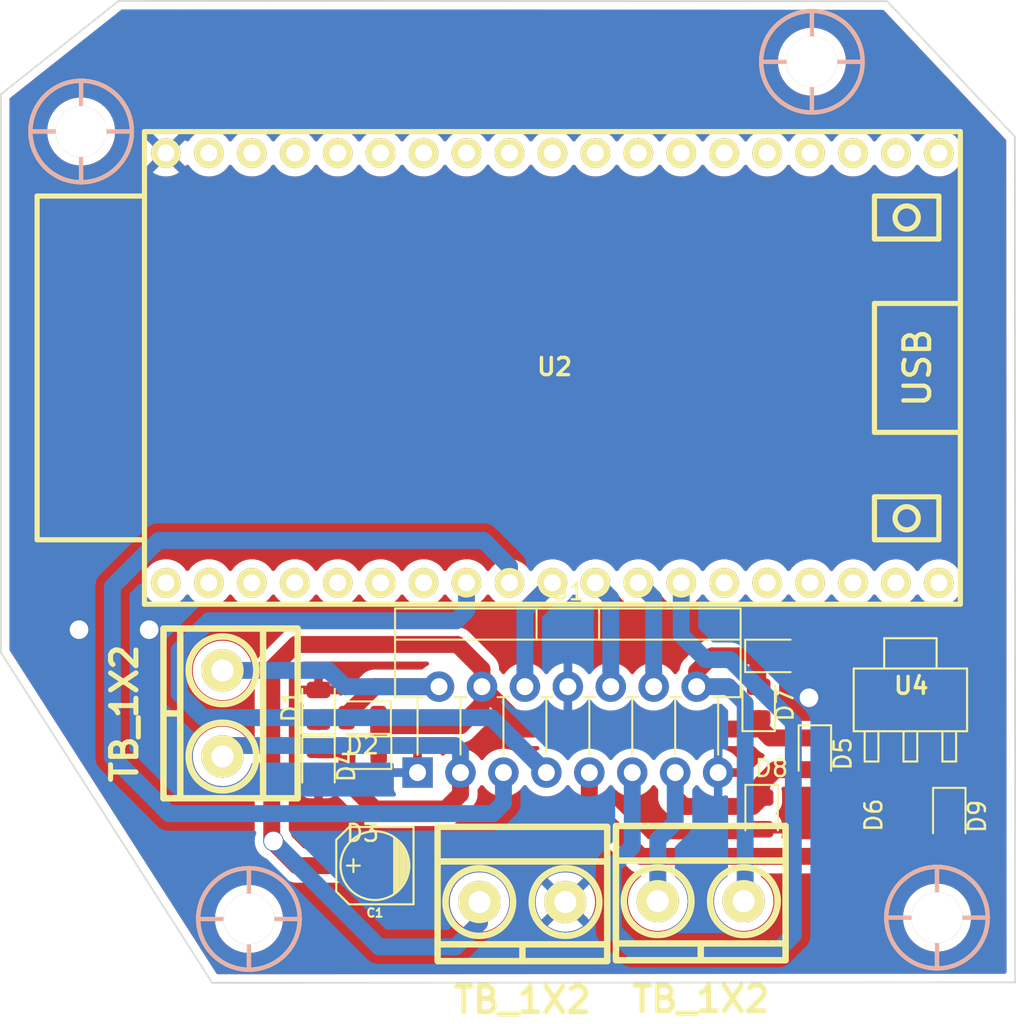
<source format=kicad_pcb>
(kicad_pcb (version 20211014) (generator pcbnew)
  (layers (0 "F.Cu" signal) (31 "B.Cu" signal) (34 "B.Paste" user) (35 "F.Paste" user) (36 "B.SilkS" user "B.Silkscreen") (37 "F.SilkS" user "F.Silkscreen") (38 "B.Mask" user) (39 "F.Mask" user) (44 "Edge.Cuts" user))
  (net 0 "")
  (net 1 "+12V")
  (net 2 "GND")
  (net 3 "/OUT1")
  (net 4 "/OUT2")
  (net 5 "/OUT3")
  (net 6 "/OUT4")
  (net 7 "Net-(U4-Pad3)")
  (net 8 "/IN1")
  (net 9 "/EnA")
  (net 10 "/IN2")
  (net 11 "+5V")
  (net 12 "/IN3")
  (net 13 "/EnB")
  (net 14 "/IN4")
  (footprint "EESTN5:BORNERA2_AZUL" (layer "F.Cu") (at 103.11125 99.1 -90)
    (fp_text reference "J1" hide)
    (fp_text value "TB_1X2" (at 0 5.8 90) (layer "F.SilkS") (effects (font (size 1.5 1.5) (thickness 0.3))))
    (fp_line (start 0 2.54) (end 0 3.4845) (layer "F.SilkS") (width 0.381))
    (fp_line (start -5 -2.4) (end 5 -2.4) (layer "F.SilkS") (width 0.381))
    (fp_line (start -4.9835 3.4925) (end 5.0165 3.4925) (layer "F.SilkS") (width 0.381))
    (fp_line (start -5 2.5) (end 5 2.5) (layer "F.SilkS") (width 0.381))
    (fp_line (start 5.0165 3.4925) (end 5.0165 -4.445) (layer "F.SilkS") (width 0.381))
    (fp_line (start 5.0165 -4.445) (end -4.9835 -4.445) (layer "F.SilkS") (width 0.381))
    (fp_line (start -5.0165 -4.445) (end -5.0165 3.4925) (layer "F.SilkS") (width 0.381))
    (fp_circle (center -2.55 0) (end -0.55 0) (layer "F.SilkS") (width 0.381) (fill none))
    (fp_circle (center 2.55 0) (end 0.55 0) (layer "F.SilkS") (width 0.381) (fill none))
    (pad "1" thru_hole circle locked (at -2.54 0 270) (size 2.5 2.5) (drill 1.3) (layers *.Cu *.Mask "F.SilkS") (net 3 "/OUT1"))
    (pad "2" thru_hole circle locked (at 2.54 0 270) (size 2.5 2.5) (drill 1.3) (layers *.Cu *.Mask "F.SilkS") (net 4 "/OUT2"))
  )
  (footprint "EESTN5:CAP_ELEC_SMD_4X5.5" (layer "F.Cu") (at 112.125 108.1 180)
    (fp_text reference "C1" (at 0 -2.794) (layer "F.SilkS") (effects (font (size 0.50038 0.50038) (thickness 0.11938))))
    (fp_text value "220uF 24V" hide)
    (fp_line (start 1.524 -2.286) (end 2.286 -1.524) (layer "F.SilkS") (width 0.127))
    (fp_line (start -2.286 -2.286) (end -2.286 2.286) (layer "F.SilkS") (width 0.127))
    (fp_line (start -1.905 -0.635) (end -1.905 0.635) (layer "F.SilkS") (width 0.127))
    (fp_line (start -1.524 -1.27) (end -1.524 1.27) (layer "F.SilkS") (width 0.127))
    (fp_line (start 1.651 0) (end 0.889 0) (layer "F.SilkS") (width 0.127))
    (fp_line (start -1.143 -1.651) (end -1.143 1.651) (layer "F.SilkS") (width 0.127))
    (fp_line (start -2.032 0.127) (end -2.032 -0.127) (layer "F.SilkS") (width 0.127))
    (fp_line (start 1.524 2.286) (end -2.286 2.286) (layer "F.SilkS") (width 0.127))
    (fp_line (start 1.27 -0.381) (end 1.27 0.381) (layer "F.SilkS") (width 0.127))
    (fp_line (start -1.651 1.143) (end -1.651 -1.143) (layer "F.SilkS") (width 0.127))
    (fp_line (start 1.524 -2.286) (end -2.286 -2.286) (layer "F.SilkS") (width 0.127))
    (fp_line (start 1.524 2.286) (end 2.286 1.524) (layer "F.SilkS") (width 0.127))
    (fp_line (start -1.778 0.889) (end -1.778 -0.889) (layer "F.SilkS") (width 0.127))
    (fp_line (start -1.397 1.397) (end -1.397 -1.397) (layer "F.SilkS") (width 0.127))
    (fp_line (start -1.27 -1.524) (end -1.27 1.524) (layer "F.SilkS") (width 0.127))
    (fp_line (start 2.286 -1.524) (end 2.286 1.524) (layer "F.SilkS") (width 0.127))
    (fp_circle (center 0 0) (end -2.032 0) (layer "F.SilkS") (width 0.127) (fill none))
    (pad "1" smd rect locked (at 2 0 180) (size 2.7 1) (layers "F.Cu" "F.Paste" "F.Mask") (net 1 "+12V"))
    (pad "2" smd rect locked (at -2 0 180) (size 2.7 1) (layers "F.Cu" "F.Paste" "F.Mask") (net 2 "GND"))
  )
  (footprint "Diode_SMD:D_0805_2012Metric" (layer "F.Cu") (at 111.3875 99.35 180)
    (fp_text reference "D2" (at 0 -1.65) (layer "F.SilkS"))
    (fp_text value "1N4007" hide)
    (fp_line (start -1.685 -0.96) (end -1.685 0.96) (layer "F.SilkS") (width 0.12))
    (fp_line (start -1.685 0.96) (end 1 0.96) (layer "F.SilkS") (width 0.12))
    (fp_line (start 1 -0.96) (end -1.685 -0.96) (layer "F.SilkS") (width 0.12))
    (pad "1" smd roundrect (at -0.9375 0 180) (size 0.975 1.4) (layers "F.Cu" "F.Paste" "F.Mask") (net 1 "+12V"))
    (pad "2" smd roundrect (at 0.9375 0 180) (size 0.975 1.4) (layers "F.Cu" "F.Paste" "F.Mask") (net 3 "/OUT1"))
  )
  (footprint "EESTN5:BORNERA2_AZUL" (layer "F.Cu") (at 131.4 110.2)
    (fp_text reference "J2" hide)
    (fp_text value "TB_1X2" (at 0 5.8) (layer "F.SilkS") (effects (font (size 1.5 1.5) (thickness 0.3))))
    (fp_line (start 5.0165 3.4925) (end 5.0165 -4.445) (layer "F.SilkS") (width 0.381))
    (fp_line (start -5 2.5) (end 5 2.5) (layer "F.SilkS") (width 0.381))
    (fp_line (start -5.0165 -4.445) (end -5.0165 3.4925) (layer "F.SilkS") (width 0.381))
    (fp_line (start -5 -2.4) (end 5 -2.4) (layer "F.SilkS") (width 0.381))
    (fp_line (start 0 2.54) (end 0 3.4845) (layer "F.SilkS") (width 0.381))
    (fp_line (start 5.0165 -4.445) (end -4.9835 -4.445) (layer "F.SilkS") (width 0.381))
    (fp_line (start -4.9835 3.4925) (end 5.0165 3.4925) (layer "F.SilkS") (width 0.381))
    (fp_circle (center -2.55 0) (end -0.55 0) (layer "F.SilkS") (width 0.381) (fill none))
    (fp_circle (center 2.55 0) (end 0.55 0) (layer "F.SilkS") (width 0.381) (fill none))
    (pad "1" thru_hole circle locked (at -2.54 0) (size 2.5 2.5) (drill 1.3) (layers *.Cu *.Mask "F.SilkS") (net 5 "/OUT3"))
    (pad "2" thru_hole circle locked (at 2.54 0) (size 2.5 2.5) (drill 1.3) (layers *.Cu *.Mask "F.SilkS") (net 6 "/OUT4"))
  )
  (footprint "Diode_SMD:D_0805_2012Metric" (layer "F.Cu") (at 138.15 101.4875 -90)
    (fp_text reference "D5" (at 0 -1.65 90) (layer "F.SilkS"))
    (fp_text value "1N4007" hide)
    (fp_line (start -1.685 0.96) (end 1 0.96) (layer "F.SilkS") (width 0.12))
    (fp_line (start 1 -0.96) (end -1.685 -0.96) (layer "F.SilkS") (width 0.12))
    (fp_line (start -1.685 -0.96) (end -1.685 0.96) (layer "F.SilkS") (width 0.12))
    (pad "1" smd roundrect (at -0.9375 0 270) (size 0.975 1.4) (layers "F.Cu" "F.Paste" "F.Mask") (net 1 "+12V"))
    (pad "2" smd roundrect (at 0.9375 0 270) (size 0.975 1.4) (layers "F.Cu" "F.Paste" "F.Mask") (net 5 "/OUT3"))
  )
  (footprint "Diode_SMD:D_0805_2012Metric" (layer "F.Cu") (at 134.825 98.4625 90)
    (fp_text reference "D7" (at -0.1375 1.55 90) (layer "F.SilkS"))
    (fp_text value "1N4007" hide)
    (fp_line (start 1 -0.96) (end -1.685 -0.96) (layer "F.SilkS") (width 0.12))
    (fp_line (start -1.685 -0.96) (end -1.685 0.96) (layer "F.SilkS") (width 0.12))
    (fp_line (start -1.685 0.96) (end 1 0.96) (layer "F.SilkS") (width 0.12))
    (pad "1" smd roundrect (at -0.9375 0 90) (size 0.975 1.4) (layers "F.Cu" "F.Paste" "F.Mask") (net 1 "+12V"))
    (pad "2" smd roundrect (at 0.9375 0 90) (size 0.975 1.4) (layers "F.Cu" "F.Paste" "F.Mask") (net 6 "/OUT4"))
  )
  (footprint "Diode_SMD:D_0805_2012Metric" (layer "F.Cu") (at 108.78875 98.65 90)
    (fp_text reference "D1" (at 0 -1.65 90) (layer "F.SilkS"))
    (fp_text value "1N4007" hide)
    (fp_line (start -1.685 -0.96) (end -1.685 0.96) (layer "F.SilkS") (width 0.12))
    (fp_line (start -1.685 0.96) (end 1 0.96) (layer "F.SilkS") (width 0.12))
    (fp_line (start 1 -0.96) (end -1.685 -0.96) (layer "F.SilkS") (width 0.12))
    (pad "1" smd roundrect (at -0.9375 0 90) (size 0.975 1.4) (layers "F.Cu" "F.Paste" "F.Mask") (net 3 "/OUT1"))
    (pad "2" smd roundrect (at 0.9375 0 90) (size 0.975 1.4) (layers "F.Cu" "F.Paste" "F.Mask") (net 2 "GND"))
  )
  (footprint "EESTN5:ESP32_DEVKITC" (layer "F.Cu") (at 122.625 78.675)
    (fp_text reference "U2" (at 0.127 -0.0635) (layer "F.SilkS") (effects (font (size 1.016 1.016) (thickness 0.2032))))
    (fp_text value "ESP32_DEVKITC" hide)
    (fp_text user "USB" (at 21.59 0 90) (layer "F.SilkS") (effects (font (size 1.524 1.524) (thickness 0.254))))
    (fp_line (start 24.13 13.97) (end -24.13 13.97) (layer "F.SilkS") (width 0.3048))
    (fp_line (start 19.05 3.81) (end 24.13 3.81) (layer "F.SilkS") (width 0.3048))
    (fp_line (start -30.48 -10.16) (end -30.48 10.16) (layer "F.SilkS") (width 0.3048))
    (fp_line (start 24.13 13.97) (end 24.13 -13.97) (layer "F.SilkS") (width 0.3048))
    (fp_line (start 19.05 7.62) (end 22.86 7.62) (layer "F.SilkS") (width 0.3048))
    (fp_line (start 22.86 -7.62) (end 22.86 -10.16) (layer "F.SilkS") (width 0.3048))
    (fp_line (start 19.05 -3.81) (end 19.05 3.81) (layer "F.SilkS") (width 0.3048))
    (fp_line (start -24.13 -13.97) (end -24.13 13.97) (layer "F.SilkS") (width 0.3048))
    (fp_line (start 22.86 7.62) (end 22.86 10.16) (layer "F.SilkS") (width 0.3048))
    (fp_line (start 24.13 -3.81) (end 19.05 -3.81) (layer "F.SilkS") (width 0.3048))
    (fp_line (start 19.05 -10.16) (end 19.05 -7.62) (layer "F.SilkS") (width 0.3048))
    (fp_line (start -30.48 10.16) (end -24.13 10.16) (layer "F.SilkS") (width 0.3048))
    (fp_line (start 22.86 10.16) (end 19.05 10.16) (layer "F.SilkS") (width 0.3048))
    (fp_line (start 19.05 10.16) (end 19.05 7.62) (layer "F.SilkS") (width 0.3048))
    (fp_line (start 19.05 -7.62) (end 22.86 -7.62) (layer "F.SilkS") (width 0.3048))
    (fp_line (start 22.86 -10.16) (end 19.05 -10.16) (layer "F.SilkS") (width 0.3048))
    (fp_line (start -30.48 -10.16) (end -24.13 -10.16) (layer "F.SilkS") (width 0.3048))
    (fp_line (start -24.13 -13.97) (end 24.13 -13.97) (layer "F.SilkS") (width 0.3048))
    (fp_circle (center 20.955 8.89) (end 21.5265 9.271) (layer "F.SilkS") (width 0.3048) (fill none))
    (fp_circle (center 20.955 -8.89) (end 21.5265 -8.509) (layer "F.SilkS") (width 0.3048) (fill none))
    (pad "1" thru_hole circle locked (at -22.86 12.7) (size 1.75 1.75) (drill 1) (layers *.Cu *.Mask "F.SilkS"))
    (pad "2" thru_hole circle locked (at -20.32 12.7) (size 1.75 1.75) (drill 1) (layers *.Cu *.Mask "F.SilkS"))
    (pad "3" thru_hole circle locked (at -17.78 12.7) (size 1.75 1.75) (drill 1) (layers *.Cu *.Mask "F.SilkS"))
    (pad "4" thru_hole circle locked (at -15.24 12.7) (size 1.75 1.75) (drill 1) (layers *.Cu *.Mask "F.SilkS"))
    (pad "5" thru_hole circle locked (at -12.7 12.7) (size 1.75 1.75) (drill 1) (layers *.Cu *.Mask "F.SilkS"))
    (pad "6" thru_hole circle locked (at -10.16 12.7) (size 1.75 1.75) (drill 1) (layers *.Cu *.Mask "F.SilkS"))
    (pad "7" thru_hole circle locked (at -7.62 12.7) (size 1.75 1.75) (drill 1) (layers *.Cu *.Mask "F.SilkS"))
    (pad "8" thru_hole circle locked (at -5.08 12.7) (size 1.75 1.75) (drill 1) (layers *.Cu *.Mask "F.SilkS") (net 10 "/IN2"))
    (pad "9" thru_hole circle locked (at -2.54 12.7) (size 1.75 1.75) (drill 1) (layers *.Cu *.Mask "F.SilkS") (net 8 "/IN1"))
    (pad "10" thru_hole circle locked (at 0 12.7) (size 1.75 1.75) (drill 1) (layers *.Cu *.Mask "F.SilkS") (net 9 "/EnA"))
    (pad "11" thru_hole circle locked (at 2.54 12.7) (size 1.75 1.75) (drill 1) (layers *.Cu *.Mask "F.SilkS") (net 12 "/IN3"))
    (pad "12" thru_hole circle locked (at 5.08 12.7) (size 1.75 1.75) (drill 1) (layers *.Cu *.Mask "F.SilkS") (net 14 "/IN4"))
    (pad "13" thru_hole circle locked (at 7.62 12.7) (size 1.75 1.75) (drill 1) (layers *.Cu *.Mask "F.SilkS") (net 13 "/EnB"))
    (pad "14" thru_hole circle locked (at 10.16 12.7) (size 1.75 1.75) (drill 1) (layers *.Cu *.Mask "F.SilkS"))
    (pad "15" thru_hole circle locked (at 12.7 12.7) (size 1.75 1.75) (drill 1) (layers *.Cu *.Mask "F.SilkS"))
    (pad "16" thru_hole circle locked (at 15.24 12.7) (size 1.75 1.75) (drill 1) (layers *.Cu *.Mask "F.SilkS"))
    (pad "17" thru_hole circle locked (at 17.78 12.7) (size 1.75 1.75) (drill 1) (layers *.Cu *.Mask "F.SilkS"))
    (pad "18" thru_hole circle locked (at 20.32 12.7) (size 1.75 1.75) (drill 1) (layers *.Cu *.Mask "F.SilkS"))
    (pad "19" thru_hole circle locked (at 22.86 12.7) (size 1.75 1.75) (drill 1) (layers *.Cu *.Mask "F.SilkS") (net 11 "+5V"))
    (pad "20" thru_hole circle locked (at 22.86 -12.7 180) (size 1.75 1.75) (drill 1) (layers *.Cu *.Mask "F.SilkS"))
    (pad "21" thru_hole circle locked (at 20.32 -12.7 180) (size 1.75 1.75) (drill 1) (layers *.Cu *.Mask "F.SilkS"))
    (pad "22" thru_hole circle locked (at 17.78 -12.7 180) (size 1.75 1.75) (drill 1) (layers *.Cu *.Mask "F.SilkS"))
    (pad "23" thru_hole circle locked (at 15.24 -12.7 180) (size 1.75 1.75) (drill 1) (layers *.Cu *.Mask "F.SilkS"))
    (pad "24" thru_hole circle locked (at 12.7 -12.7 180) (size 1.75 1.75) (drill 1) (layers *.Cu *.Mask "F.SilkS"))
    (pad "25" thru_hole circle locked (at 10.16 -12.7 180) (size 1.75 1.75) (drill 1) (layers *.Cu *.Mask "F.SilkS"))
    (pad "26" thru_hole circle locked (at 7.62 -12.7 180) (size 1.75 1.75) (drill 1) (layers *.Cu *.Mask "F.SilkS"))
    (pad "27" thru_hole circle locked (at 5.08 -12.7 180) (size 1.75 1.75) (drill 1) (layers *.Cu *.Mask "F.SilkS"))
    (pad "28" thru_hole circle locked (at 2.54 -12.7 180) (size 1.75 1.75) (drill 1) (layers *.Cu *.Mask "F.SilkS"))
    (pad "29" thru_hole circle locked (at 0 -12.7 180) (size 1.75 1.75) (drill 1) (layers *.Cu *.Mask "F.SilkS"))
    (pad "30" thru_hole circle locked (at -2.54 -12.7 180) (size 1.75 1.75) (drill 1) (layers *.Cu *.Mask "F.SilkS"))
    (pad "31" thru_hole circle locked (at -5.08 -12.7 180) (size 1.75 1.75) (drill 1) (layers *.Cu *.Mask "F.SilkS"))
    (pad "32" thru_hole circle locked (at -7.62 -12.7 180) (size 1.75 1.75) (drill 1) (layers *.Cu *.Mask "F.SilkS"))
    (pad "33" thru_hole circle locked (at -10.16 -12.7 180) (size 1.75 1.75) (drill 1) (layers *.Cu *.Mask "F.SilkS"))
    (pad "34" thru_hole circle locked (at -12.7 -12.7 180) (size 1.75 1.75) (drill 1) (layers *.Cu *.Mask "F.SilkS"))
    (pad "35" thru_hole circle locked (at -15.24 -12.7 180) (size 1.75 1.75) (drill 1) (layers *.Cu *.Mask "F.SilkS"))
    (pad "36" thru_hole circle locked (at -17.78 -12.7 180) (size 1.75 1.75) (drill 1) (layers *.Cu *.Mask "F.SilkS"))
    (pad "37" thru_hole circle locked (at -20.32 -12.7 180) (size 1.75 1.75) (drill 1) (layers *.Cu *.Mask "F.SilkS"))
    (pad "38" thru_hole circle locked (at -22.86 -12.7 180) (size 1.75 1.75) (drill 1) (layers *.Cu *.Mask "F.SilkS") (net 2 "GND"))
  )
  (footprint "EESTN5:SOT223" (layer "F.Cu") (at 143.8 98.3)
    (fp_text reference "U4" (at 0.0508 -0.8382) (layer "F.SilkS") (effects (font (size 1.00076 1.00076) (thickness 0.20066))))
    (fp_text value "LM1117-SOT" hide)
    (fp_line (start 1.5494 -3.6449) (end 1.5494 -1.8542) (layer "F.SilkS") (width 0.127))
    (fp_line (start -3.3528 -1.8542) (end 3.3528 -1.8542) (layer "F.SilkS") (width 0.127))
    (fp_line (start 0.4064 3.6449) (end 0.4064 1.8542) (layer "F.SilkS") (width 0.127))
    (fp_line (start -2.7051 3.6449) (end -1.8923 3.6449) (layer "F.SilkS") (width 0.127))
    (fp_line (start -1.5494 -3.6449) (end -1.5494 -1.8542) (layer "F.SilkS") (width 0.127))
    (fp_line (start 3.3528 -1.8542) (end 3.3528 1.8542) (layer "F.SilkS") (width 0.127))
    (fp_line (start 1.8923 3.6449) (end 2.7051 3.6449) (layer "F.SilkS") (width 0.127))
    (fp_line (start -2.7051 3.6449) (end -2.7051 1.8542) (layer "F.SilkS") (width 0.127))
    (fp_line (start -1.5494 -3.6449) (end 1.5494 -3.6449) (layer "F.SilkS") (width 0.127))
    (fp_line (start -0.4064 3.6449) (end 0.4064 3.6449) (layer "F.SilkS") (width 0.127))
    (fp_line (start -3.3528 1.8542) (end -3.3528 -1.8542) (layer "F.SilkS") (width 0.127))
    (fp_line (start 2.7051 3.6449) (end 2.7051 1.8542) (layer "F.SilkS") (width 0.127))
    (fp_line (start 1.8923 3.6449) (end 1.8923 1.8542) (layer "F.SilkS") (width 0.127))
    (fp_line (start -0.4064 3.6449) (end -0.4064 1.8542) (layer "F.SilkS") (width 0.127))
    (fp_line (start 3.3528 1.8542) (end -3.3528 1.8542) (layer "F.SilkS") (width 0.127))
    (fp_line (start -1.8923 3.6449) (end -1.8923 1.8542) (layer "F.SilkS") (width 0.127))
    (pad "1" smd rect locked (at -2.3 3.3) (size 1 2.4) (layers "F.Cu" "F.Paste" "F.Mask") (net 2 "GND"))
    (pad "2" smd rect locked (at 0 3.3) (size 1 2.4) (layers "F.Cu" "F.Paste" "F.Mask") (net 11 "+5V"))
    (pad "3" smd rect locked (at 2.3 3.3) (size 1 2.4) (layers "F.Cu" "F.Paste" "F.Mask") (net 7 "Net-(U4-Pad3)"))
    (pad "4" smd rect locked (at 0 -3.15) (size 3.8 2.4) (layers "F.Cu" "F.Paste" "F.Mask") (net 11 "+5V"))
  )
  (footprint "Diode_SMD:D_0805_2012Metric" (layer "F.Cu") (at 108.78875 102.1875 -90)
    (fp_text reference "D4" (at 0 -1.65 90) (layer "F.SilkS"))
    (fp_text value "1N4007" hide)
    (fp_line (start -1.685 -0.96) (end -1.685 0.96) (layer "F.SilkS") (width 0.12))
    (fp_line (start 1 -0.96) (end -1.685 -0.96) (layer "F.SilkS") (width 0.12))
    (fp_line (start -1.685 0.96) (end 1 0.96) (layer "F.SilkS") (width 0.12))
    (pad "1" smd roundrect (at -0.9375 0 270) (size 0.975 1.4) (layers "F.Cu" "F.Paste" "F.Mask") (net 4 "/OUT2"))
    (pad "2" smd roundrect (at 0.9375 0 270) (size 0.975 1.4) (layers "F.Cu" "F.Paste" "F.Mask") (net 2 "GND"))
  )
  (footprint "Diode_SMD:D_0805_2012Metric" (layer "F.Cu") (at 135 105.0125 -90)
    (fp_text reference "D6" (at 0.1 -6.62375 90) (layer "F.SilkS"))
    (fp_text value "1N4007" hide)
    (fp_line (start -1.685 -0.96) (end -1.685 0.96) (layer "F.SilkS") (width 0.12))
    (fp_line (start -1.685 0.96) (end 1 0.96) (layer "F.SilkS") (width 0.12))
    (fp_line (start 1 -0.96) (end -1.685 -0.96) (layer "F.SilkS") (width 0.12))
    (pad "1" smd roundrect (at -0.9375 0 270) (size 0.975 1.4) (layers "F.Cu" "F.Paste" "F.Mask") (net 5 "/OUT3"))
    (pad "2" smd roundrect (at 0.9375 0 270) (size 0.975 1.4) (layers "F.Cu" "F.Paste" "F.Mask") (net 2 "GND"))
  )
  (footprint "EESTN5:Tornillo_M3_8mm" (layer "F.Cu") (at 94.75 64.7)
    (fp_text reference "H2" hide)
    (fp_text value "Mounting_Hole" hide)
    (fp_line (start 0 -3) (end 0 3) (layer "B.SilkS") (width 0.254))
    (fp_line (start -3 0) (end 3 0) (layer "B.SilkS") (width 0.254))
    (fp_circle (center 0 0) (end 3 0) (layer "B.SilkS") (width 0.254) (fill none))
    (fp_line (start -3 0) (end 3 0) (layer "F.SilkS") (width 0.254))
    (fp_line (start 0 -3) (end 0 3) (layer "F.SilkS") (width 0.254))
    (fp_circle (center 0 0) (end 3 0) (layer "F.SilkS") (width 0.254) (fill none))
    (pad "1" thru_hole circle locked (at 0 0) (size 3 3) (drill 3) (layers *.Cu "F.SilkS"))
  )
  (footprint "Package_TO_SOT_THT:TO-220-15_P2.54x2.54mm_StaggerOdd_Lead4.58mm_Vertical" (layer "F.Cu") (at 114.648 102.598)
    (fp_text reference "U1" (at 8.89 -10.7) (layer "F.SilkS"))
    (fp_text value "L298HN")
    (fp_line (start 7.62 -4.459) (end 7.62 -1.065) (layer "F.SilkS") (width 0.12))
    (fp_line (start 17.435 -4.459) (end 19.11 -4.459) (layer "F.SilkS") (width 0.12))
    (fp_line (start 2.54 -4.459) (end 2.54 -1.065) (layer "F.SilkS") (width 0.12))
    (fp_line (start 9.815 -4.459) (end 10.506 -4.459) (layer "F.SilkS") (width 0.12))
    (fp_line (start 4.735 -4.459) (end 5.426 -4.459) (layer "F.SilkS") (width 0.12))
    (fp_line (start -1.33 -4.459) (end 0.346 -4.459) (layer "F.SilkS") (width 0.12))
    (fp_line (start -1.33 -9.7) (end -1.33 -4.459) (layer "F.SilkS") (width 0.12))
    (fp_line (start -1.33 -9.7) (end 19.11 -9.7) (layer "F.SilkS") (width 0.12))
    (fp_line (start 7.041 -9.7) (end 7.041 -7.86) (layer "F.SilkS") (width 0.12))
    (fp_line (start 0 -4.459) (end 0 -1.05) (layer "F.SilkS") (width 0.12))
    (fp_line (start 14.895 -4.459) (end 15.586 -4.459) (layer "F.SilkS") (width 0.12))
    (fp_line (start 17.78 -4.459) (end 17.78 -1.065) (layer "F.SilkS") (width 0.12))
    (fp_line (start 12.355 -4.459) (end 13.046 -4.459) (layer "F.SilkS") (width 0.12))
    (fp_line (start 15.24 -4.459) (end 15.24 -1.065) (layer "F.SilkS") (width 0.12))
    (fp_line (start 19.11 -9.7) (end 19.11 -4.459) (layer "F.SilkS") (width 0.12))
    (fp_line (start 10.16 -4.459) (end 10.16 -1.065) (layer "F.SilkS") (width 0.12))
    (fp_line (start 10.74 -9.7) (end 10.74 -7.86) (layer "F.SilkS") (width 0.12))
    (fp_line (start 5.08 -4.459) (end 5.08 -1.065) (layer "F.SilkS") (width 0.12))
    (fp_line (start 12.7 -4.459) (end 12.7 -1.065) (layer "F.SilkS") (width 0.12))
    (fp_line (start 2.195 -4.459) (end 2.886 -4.459) (layer "F.SilkS") (width 0.12))
    (fp_line (start -1.33 -7.86) (end 19.11 -7.86) (layer "F.SilkS") (width 0.12))
    (fp_line (start 7.275 -4.459) (end 7.966 -4.459) (layer "F.SilkS") (width 0.12))
    (pad "1" thru_hole rect (at 0 0) (size 1.8 1.8) (drill 1) (layers *.Cu *.Mask) (net 2 "GND"))
    (pad "2" thru_hole oval (at 1.27 -5.08) (size 1.8 1.8) (drill 1) (layers *.Cu *.Mask) (net 3 "/OUT1"))
    (pad "3" thru_hole oval (at 2.54 0) (size 1.8 1.8) (drill 1) (layers *.Cu *.Mask) (net 4 "/OUT2"))
    (pad "4" thru_hole oval (at 3.81 -5.08) (size 1.8 1.8) (drill 1) (layers *.Cu *.Mask) (net 1 "+12V"))
    (pad "5" thru_hole oval (at 5.08 0) (size 1.8 1.8) (drill 1) (layers *.Cu *.Mask) (net 8 "/IN1"))
    (pad "6" thru_hole oval (at 6.35 -5.08) (size 1.8 1.8) (drill 1) (layers *.Cu *.Mask) (net 9 "/EnA"))
    (pad "7" thru_hole oval (at 7.62 0) (size 1.8 1.8) (drill 1) (layers *.Cu *.Mask) (net 10 "/IN2"))
    (pad "8" thru_hole oval (at 8.89 -5.08) (size 1.8 1.8) (drill 1) (layers *.Cu *.Mask) (net 2 "GND"))
    (pad "9" thru_hole oval (at 10.16 0) (size 1.8 1.8) (drill 1) (layers *.Cu *.Mask) (net 11 "+5V"))
    (pad "10" thru_hole oval (at 11.43 -5.08) (size 1.8 1.8) (drill 1) (layers *.Cu *.Mask) (net 12 "/IN3"))
    (pad "11" thru_hole oval (at 12.7 0) (size 1.8 1.8) (drill 1) (layers *.Cu *.Mask) (net 13 "/EnB"))
    (pad "12" thru_hole oval (at 13.97 -5.08) (size 1.8 1.8) (drill 1) (layers *.Cu *.Mask) (net 14 "/IN4"))
    (pad "13" thru_hole oval (at 15.24 0) (size 1.8 1.8) (drill 1) (layers *.Cu *.Mask) (net 5 "/OUT3"))
    (pad "14" thru_hole oval (at 16.51 -5.08) (size 1.8 1.8) (drill 1) (layers *.Cu *.Mask) (net 6 "/OUT4"))
    (pad "15" thru_hole oval (at 17.78 0) (size 1.8 1.8) (drill 1) (layers *.Cu *.Mask) (net 2 "GND"))
  )
  (footprint "Diode_SMD:D_0805_2012Metric" (layer "F.Cu") (at 146.1 105.1875 -90)
    (fp_text reference "D9" (at 0 -1.65 90) (layer "F.SilkS"))
    (fp_text value "1N4007")
    (fp_line (start -1.685 -0.96) (end -1.685 0.96) (layer "F.SilkS") (width 0.12))
    (fp_line (start 1 -0.96) (end -1.685 -0.96) (layer "F.SilkS") (width 0.12))
    (fp_line (start -1.685 0.96) (end 1 0.96) (layer "F.SilkS") (width 0.12))
    (pad "1" smd roundrect (at -0.9375 0 270) (size 0.975 1.4) (layers "F.Cu" "F.Paste" "F.Mask") (net 7 "Net-(U4-Pad3)"))
    (pad "2" smd roundrect (at 0.9375 0 270) (size 0.975 1.4) (layers "F.Cu" "F.Paste" "F.Mask") (net 1 "+12V"))
  )
  (footprint "EESTN5:Tornillo_M3_8mm" (layer "F.Cu") (at 137.975 60.575)
    (fp_text reference "H1" hide)
    (fp_text value "Mounting_Hole" hide)
    (fp_line (start 0 -3) (end 0 3) (layer "B.SilkS") (width 0.254))
    (fp_line (start -3 0) (end 3 0) (layer "B.SilkS") (width 0.254))
    (fp_circle (center 0 0) (end 3 0) (layer "B.SilkS") (width 0.254) (fill none))
    (fp_line (start 0 -3) (end 0 3) (layer "F.SilkS") (width 0.254))
    (fp_line (start -3 0) (end 3 0) (layer "F.SilkS") (width 0.254))
    (fp_circle (center 0 0) (end 3 0) (layer "F.SilkS") (width 0.254) (fill none))
    (pad "1" thru_hole circle locked (at 0 0) (size 3 3) (drill 3) (layers *.Cu "F.SilkS"))
  )
  (footprint "EESTN5:Tornillo_M3_8mm" (layer "F.Cu") (at 104.675 111.25)
    (fp_text reference "H3" hide)
    (fp_text value "Mounting_Hole" hide)
    (fp_line (start 0 -3) (end 0 3) (layer "B.SilkS") (width 0.254))
    (fp_line (start -3 0) (end 3 0) (layer "B.SilkS") (width 0.254))
    (fp_circle (center 0 0) (end 3 0) (layer "B.SilkS") (width 0.254) (fill none))
    (fp_line (start 0 -3) (end 0 3) (layer "F.SilkS") (width 0.254))
    (fp_line (start -3 0) (end 3 0) (layer "F.SilkS") (width 0.254))
    (fp_circle (center 0 0) (end 3 0) (layer "F.SilkS") (width 0.254) (fill none))
    (pad "1" thru_hole circle locked (at 0 0) (size 3 3) (drill 3) (layers *.Cu "F.SilkS"))
  )
  (footprint "EESTN5:BORNERA2_AZUL" (layer "F.Cu") (at 120.85 110.25125)
    (fp_text reference "J3" hide)
    (fp_text value "TB_1X2" (at 0 5.8) (layer "F.SilkS") (effects (font (size 1.5 1.5) (thickness 0.3))))
    (fp_line (start -5 -2.4) (end 5 -2.4) (layer "F.SilkS") (width 0.381))
    (fp_line (start 5.0165 3.4925) (end 5.0165 -4.445) (layer "F.SilkS") (width 0.381))
    (fp_line (start -5.0165 -4.445) (end -5.0165 3.4925) (layer "F.SilkS") (width 0.381))
    (fp_line (start 0 2.54) (end 0 3.4845) (layer "F.SilkS") (width 0.381))
    (fp_line (start -5 2.5) (end 5 2.5) (layer "F.SilkS") (width 0.381))
    (fp_line (start -4.9835 3.4925) (end 5.0165 3.4925) (layer "F.SilkS") (width 0.381))
    (fp_line (start 5.0165 -4.445) (end -4.9835 -4.445) (layer "F.SilkS") (width 0.381))
    (fp_circle (center 2.55 0) (end 0.55 0) (layer "F.SilkS") (width 0.381) (fill none))
    (fp_circle (center -2.55 0) (end -0.55 0) (layer "F.SilkS") (width 0.381) (fill none))
    (pad "1" thru_hole circle locked (at -2.54 0) (size 2.5 2.5) (drill 1.3) (layers *.Cu *.Mask "F.SilkS") (net 1 "+12V"))
    (pad "2" thru_hole circle locked (at 2.54 0) (size 2.5 2.5) (drill 1.3) (layers *.Cu *.Mask "F.SilkS") (net 2 "GND"))
  )
  (footprint "Diode_SMD:D_0805_2012Metric" (layer "F.Cu") (at 111.4125 101.425 180)
    (fp_text reference "D3" (at 0.0125 -4.74875) (layer "F.SilkS"))
    (fp_text value "1N4007" hide)
    (fp_line (start -1.685 0.96) (end 1 0.96) (layer "F.SilkS") (width 0.12))
    (fp_line (start -1.685 -0.96) (end -1.685 0.96) (layer "F.SilkS") (width 0.12))
    (fp_line (start 1 -0.96) (end -1.685 -0.96) (layer "F.SilkS") (width 0.12))
    (pad "1" smd roundrect (at -0.9375 0 180) (size 0.975 1.4) (layers "F.Cu" "F.Paste" "F.Mask") (net 1 "+12V"))
    (pad "2" smd roundrect (at 0.9375 0 180) (size 0.975 1.4) (layers "F.Cu" "F.Paste" "F.Mask") (net 4 "/OUT2"))
  )
  (footprint "Diode_SMD:D_0805_2012Metric" (layer "F.Cu") (at 135.7125 95.7)
    (fp_text reference "D8" (at -0.125 6.64875) (layer "F.SilkS"))
    (fp_text value "1N4007" hide)
    (fp_line (start -1.685 0.96) (end 1 0.96) (layer "F.SilkS") (width 0.12))
    (fp_line (start -1.685 -0.96) (end -1.685 0.96) (layer "F.SilkS") (width 0.12))
    (fp_line (start 1 -0.96) (end -1.685 -0.96) (layer "F.SilkS") (width 0.12))
    (pad "1" smd roundrect (at -0.9375 0) (size 0.975 1.4) (layers "F.Cu" "F.Paste" "F.Mask") (net 6 "/OUT4"))
    (pad "2" smd roundrect (at 0.9375 0) (size 0.975 1.4) (layers "F.Cu" "F.Paste" "F.Mask") (net 2 "GND"))
  )
  (footprint "EESTN5:Tornillo_M3_8mm" (layer "F.Cu") (at 145.375 111.175)
    (fp_text reference "H4" hide)
    (fp_text value "Mounting_Hole" hide)
    (fp_line (start -3 0) (end 3 0) (layer "B.SilkS") (width 0.254))
    (fp_line (start 0 -3) (end 0 3) (layer "B.SilkS") (width 0.254))
    (fp_circle (center 0 0) (end 3 0) (layer "B.SilkS") (width 0.254) (fill none))
    (fp_line (start 0 -3) (end 0 3) (layer "F.SilkS") (width 0.254))
    (fp_line (start -3 0) (end 3 0) (layer "F.SilkS") (width 0.254))
    (fp_circle (center 0 0) (end 3 0) (layer "F.SilkS") (width 0.254) (fill none))
    (pad "1" thru_hole circle locked (at 0 0) (size 3 3) (drill 3) (layers *.Cu "F.SilkS"))
  )
  (gr_line (start 150 115) (end 102.5 115.025) (layer "Edge.Cuts") (width 0.1))
  (gr_line (start 90 62.5) (end 90 95.5) (layer "Edge.Cuts") (width 0.1))
  (gr_line (start 149.975 65) (end 142.425 57) (layer "Edge.Cuts") (width 0.1))
  (gr_line (start 96.975 56.975) (end 90 62.5) (layer "Edge.Cuts") (width 0.1))
  (gr_line (start 150 115) (end 149.975 65) (layer "Edge.Cuts") (width 0.1))
  (gr_line (start 142.425 57) (end 96.975 56.975) (layer "Edge.Cuts") (width 0.1))
  (gr_line (start 90 95.5) (end 102.5 115.025) (layer "Edge.Cuts") (width 0.1))
  (segment (start 112.35 101.425) (end 112.35 99.375) (width 1) (layer "F.Cu") (net 1))
  (segment (start 141.275 106.125) (end 146.1 106.125) (width 1) (layer "F.Cu") (net 1))
  (segment (start 110.125 108.1) (end 107.5 108.1) (width 1) (layer "F.Cu") (net 1))
  (segment (start 139.975 104.825) (end 141.275 106.125) (width 1) (layer "F.Cu") (net 1))
  (segment (start 134.825 99.4) (end 134.825 99.875) (width 1) (layer "F.Cu") (net 1))
  (segment (start 117 95.025) (end 118.458 96.483) (width 1) (layer "F.Cu") (net 1))
  (segment (start 106.025 106.625) (end 106.025 96.45) (width 1) (layer "F.Cu") (net 1))
  (segment (start 118.458 96.483) (end 118.458 97.518) (width 1) (layer "F.Cu") (net 1))
  (segment (start 134.975 99.6375) (end 134.5875 100.025) (width 1) (layer "F.Cu") (net 1))
  (segment (start 112.35 99.375) (end 112.325 99.35) (width 1) (layer "F.Cu") (net 1))
  (segment (start 107.5 108.1) (end 106.025 106.625) (width 1) (layer "F.Cu") (net 1))
  (segment (start 134.825 99.875) (end 135.5 100.55) (width 1) (layer "F.Cu") (net 1))
  (segment (start 138.15 100.55) (end 139 100.55) (width 1) (layer "F.Cu") (net 1))
  (segment (start 118.458 98.567) (end 118.458 97.518) (width 1) (layer "F.Cu") (net 1))
  (segment (start 134.5875 100.025) (end 120.965 100.025) (width 1) (layer "F.Cu") (net 1))
  (segment (start 107.45 95.025) (end 117 95.025) (width 1) (layer "F.Cu") (net 1))
  (segment (start 112.8 99.825) (end 117.2 99.825) (width 1) (layer "F.Cu") (net 1))
  (segment (start 139 100.55) (end 139.975 101.525) (width 1) (layer "F.Cu") (net 1))
  (segment (start 120.965 100.025) (end 118.458 97.518) (width 1) (layer "F.Cu") (net 1))
  (segment (start 112.325 99.35) (end 112.8 99.825) (width 1) (layer "F.Cu") (net 1))
  (segment (start 106.025 96.45) (end 107.45 95.025) (width 1) (layer "F.Cu") (net 1))
  (segment (start 117.2 99.825) (end 118.458 98.567) (width 1) (layer "F.Cu") (net 1))
  (segment (start 135.5 100.55) (end 138.15 100.55) (width 1) (layer "F.Cu") (net 1))
  (segment (start 139.975 101.525) (end 139.975 104.825) (width 1) (layer "F.Cu") (net 1))
  (via (at 106.125 106.65) (size 1.2) (drill 1.1) (layers "F.Cu" "B.Cu") (net 1))
  (segment (start 116.9 112.9) (end 112.375 112.9) (width 1) (layer "B.Cu") (net 1))
  (segment (start 112.375 112.9) (end 106.125 106.65) (width 1) (layer "B.Cu") (net 1))
  (segment (start 118.31 110.25125) (end 118.31 111.49) (width 1) (layer "B.Cu") (net 1))
  (segment (start 118.31 111.49) (end 116.9 112.9) (width 1) (layer "B.Cu") (net 1))
  (segment (start 114.125 108.1) (end 113.76375 108.1) (width 1) (layer "F.Cu") (net 2))
  (via (at 94.625 94.15) (size 1.2) (drill 1.1) (layers "F.Cu" "B.Cu") (net 2))
  (via (at 98.775 94.15) (size 1.2) (drill 1.1) (layers "F.Cu" "B.Cu") (net 2))
  (via (at 137.8 98.175) (size 1.2) (drill 1.1) (layers "F.Cu" "B.Cu") (net 2))
  (segment (start 110.45 99.191015) (end 112.123015 97.518) (width 1) (layer "F.Cu") (net 3))
  (segment (start 112.123015 97.518) (end 115.918 97.518) (width 1) (layer "F.Cu") (net 3))
  (segment (start 110.45 99.35) (end 110.45 99.191015) (width 1) (layer "F.Cu") (net 3))
  (segment (start 109.02625 99.35) (end 108.78875 99.5875) (width 1) (layer "F.Cu") (net 3))
  (segment (start 110.45 99.35) (end 109.02625 99.35) (width 1) (layer "F.Cu") (net 3))
  (segment (start 115.918 97.518) (end 110.343 97.518) (width 1) (layer "B.Cu") (net 3))
  (segment (start 110.343 97.518) (end 109.385 96.56) (width 1) (layer "B.Cu") (net 3))
  (segment (start 109.385 96.56) (end 103.11125 96.56) (width 1) (layer "B.Cu") (net 3))
  (segment (start 110.475 103.1) (end 112.125 104.75) (width 1) (layer "F.Cu") (net 4))
  (segment (start 110.3 101.25) (end 110.475 101.425) (width 1) (layer "F.Cu") (net 4))
  (segment (start 112.125 104.75) (end 116.308792 104.75) (width 1) (layer "F.Cu") (net 4))
  (segment (start 108.78875 101.25) (end 110.3 101.25) (width 1) (layer "F.Cu") (net 4))
  (segment (start 110.475 101.425) (end 110.475 103.1) (width 1) (layer "F.Cu") (net 4))
  (segment (start 116.308792 104.75) (end 117.188 103.870792) (width 1) (layer "F.Cu") (net 4))
  (segment (start 117.188 103.870792) (end 117.188 102.598) (width 1) (layer "F.Cu") (net 4))
  (segment (start 103.752761 100.998489) (end 103.11125 101.64) (width 1) (layer "B.Cu") (net 4))
  (segment (start 116.861281 100.998489) (end 103.752761 100.998489) (width 1) (layer "B.Cu") (net 4))
  (segment (start 117.188 101.325208) (end 116.861281 100.998489) (width 1) (layer "B.Cu") (net 4))
  (segment (start 117.188 102.598) (end 117.188 101.325208) (width 1) (layer "B.Cu") (net 4))
  (segment (start 135.825 102.425) (end 138.15 102.425) (width 1) (layer "F.Cu") (net 5))
  (segment (start 135 103.25) (end 135.825 102.425) (width 1) (layer "F.Cu") (net 5))
  (segment (start 129.888 104.063) (end 130.425 104.6) (width 1) (layer "F.Cu") (net 5))
  (segment (start 134.475 104.6) (end 135 104.075) (width 1) (layer "F.Cu") (net 5))
  (segment (start 129.888 102.598) (end 129.888 104.063) (width 1) (layer "F.Cu") (net 5))
  (segment (start 135 104.075) (end 135 103.25) (width 1) (layer "F.Cu") (net 5))
  (segment (start 130.425 104.6) (end 134.475 104.6) (width 1) (layer "F.Cu") (net 5))
  (segment (start 129.888 105.537) (end 129.888 102.598) (width 1) (layer "B.Cu") (net 5))
  (segment (start 128.86 106.565) (end 129.888 105.537) (width 1) (layer "B.Cu") (net 5))
  (segment (start 128.86 110.2) (end 128.86 106.565) (width 1) (layer "B.Cu") (net 5))
  (segment (start 132.075 95.7) (end 134.775 95.7) (width 1) (layer "F.Cu") (net 6))
  (segment (start 131.158 96.617) (end 132.075 95.7) (width 1) (layer "F.Cu") (net 6))
  (segment (start 134.775 97.475) (end 134.825 97.525) (width 1) (layer "F.Cu") (net 6))
  (segment (start 134.775 95.7) (end 134.775 97.475) (width 1) (layer "F.Cu") (net 6))
  (segment (start 131.158 97.518) (end 131.158 96.617) (width 1) (layer "F.Cu") (net 6))
  (segment (start 134.027511 98.502511) (end 133.043 97.518) (width 1) (layer "B.Cu") (net 6))
  (segment (start 134.027511 110.112489) (end 134.027511 98.502511) (width 1) (layer "B.Cu") (net 6))
  (segment (start 133.043 97.518) (end 131.158 97.518) (width 1) (layer "B.Cu") (net 6))
  (segment (start 133.94 110.2) (end 134.027511 110.112489) (width 1) (layer "B.Cu") (net 6))
  (segment (start 146.1 104.25) (end 146.1 101.6) (width 1) (layer "F.Cu") (net 7))
  (segment (start 119.728 104.397) (end 119.1 105.025) (width 1) (layer "B.Cu") (net 8))
  (segment (start 99.95 105.025) (end 96.6 101.675) (width 1) (layer "B.Cu") (net 8))
  (segment (start 120.085 90.41) (end 120.085 91.375) (width 1) (layer "B.Cu") (net 8))
  (segment (start 119.728 102.598) (end 119.728 104.397) (width 1) (layer "B.Cu") (net 8))
  (segment (start 99.325 88.875) (end 118.55 88.875) (width 1) (layer "B.Cu") (net 8))
  (segment (start 119.1 105.025) (end 99.95 105.025) (width 1) (layer "B.Cu") (net 8))
  (segment (start 118.55 88.875) (end 120.085 90.41) (width 1) (layer "B.Cu") (net 8))
  (segment (start 96.6 101.675) (end 96.6 91.6) (width 1) (layer "B.Cu") (net 8))
  (segment (start 96.6 91.6) (end 99.325 88.875) (width 1) (layer "B.Cu") (net 8))
  (segment (start 120.998 93.002) (end 122.625 91.375) (width 1) (layer "B.Cu") (net 9))
  (segment (start 120.998 97.518) (end 120.998 93.002) (width 1) (layer "B.Cu") (net 9))
  (segment (start 116.95 93.625) (end 102.3 93.625) (width 1) (layer "B.Cu") (net 10))
  (segment (start 101.975 99.35) (end 119.02 99.35) (width 1) (layer "B.Cu") (net 10))
  (segment (start 100.55 95.375) (end 100.55 97.925) (width 1) (layer "B.Cu") (net 10))
  (segment (start 119.02 99.35) (end 122.268 102.598) (width 1) (layer "B.Cu") (net 10))
  (segment (start 100.55 97.925) (end 101.975 99.35) (width 1) (layer "B.Cu") (net 10))
  (segment (start 102.3 93.625) (end 100.55 95.375) (width 1) (layer "B.Cu") (net 10))
  (segment (start 117.545 91.375) (end 117.545 93.03) (width 1) (layer "B.Cu") (net 10))
  (segment (start 117.545 93.03) (end 116.95 93.625) (width 1) (layer "B.Cu") (net 10))
  (segment (start 147.65 100.050978) (end 147.65 107) (width 1) (layer "F.Cu") (net 11))
  (segment (start 147.1 107.55) (end 127.875 107.55) (width 1) (layer "F.Cu") (net 11))
  (segment (start 124.808 104.483) (end 124.808 102.598) (width 1) (layer "F.Cu") (net 11))
  (segment (start 143.8 99.5) (end 143.8 95.15) (width 1) (layer "F.Cu") (net 11))
  (segment (start 147.099022 99.5) (end 147.65 100.050978) (width 1) (layer "F.Cu") (net 11))
  (segment (start 143.8 99.5) (end 147.099022 99.5) (width 1) (layer "F.Cu") (net 11))
  (segment (start 143.8 101.6) (end 143.8 99.5) (width 1) (layer "F.Cu") (net 11))
  (segment (start 127.875 107.55) (end 124.808 104.483) (width 1) (layer "F.Cu") (net 11))
  (segment (start 147.65 107) (end 147.1 107.55) (width 1) (layer "F.Cu") (net 11))
  (segment (start 126.078 97.518) (end 126.078 92.288) (width 1) (layer "B.Cu") (net 12))
  (segment (start 126.078 92.288) (end 125.165 91.375) (width 1) (layer "B.Cu") (net 12))
  (segment (start 127.348 106.977) (end 126.2 108.125) (width 1) (layer "B.Cu") (net 13))
  (segment (start 136.875 99.653622) (end 133.139867 95.918489) (width 1) (layer "B.Cu") (net 13))
  (segment (start 131.693489 95.918489) (end 130.245 94.47) (width 1) (layer "B.Cu") (net 13))
  (segment (start 126.2 111.925) (end 127.375 113.1) (width 1) (layer "B.Cu") (net 13))
  (segment (start 127.375 113.1) (end 135.975 113.1) (width 1) (layer "B.Cu") (net 13))
  (segment (start 126.2 108.125) (end 126.2 111.925) (width 1) (layer "B.Cu") (net 13))
  (segment (start 136.875 112.2) (end 136.875 99.653622) (width 1) (layer "B.Cu") (net 13))
  (segment (start 127.348 102.598) (end 127.348 106.977) (width 1) (layer "B.Cu") (net 13))
  (segment (start 130.245 94.47) (end 130.245 91.375) (width 1) (layer "B.Cu") (net 13))
  (segment (start 135.975 113.1) (end 136.875 112.2) (width 1) (layer "B.Cu") (net 13))
  (segment (start 127.348 102.598) (end 127.4 102.65) (width 1) (layer "B.Cu") (net 13))
  (segment (start 133.139867 95.918489) (end 131.693489 95.918489) (width 1) (layer "B.Cu") (net 13))
  (segment (start 128.618 92.288) (end 127.705 91.375) (width 1) (layer "B.Cu") (net 14))
  (segment (start 128.618 97.518) (end 128.618 92.288) (width 1) (layer "B.Cu") (net 14))
  (zone (net 2) (net_name "GND") (layer "F.Cu") (connect_pads (clearance 0.508)) (min_thickness 0.254) (fill yes (thermal_gap 0.508) (thermal_bridge_width 0.508))
    (polygon (pts (xy 142.425 57) (xy 149.975 65) (xy 150 115) (xy 102.5 115.025) (xy 90 95.5) (xy 90 62.5) (xy 96.975 56.975)))
  )
  (zone (net 2) (net_name "GND") (layer "B.Cu") (connect_pads (clearance 0.508)) (min_thickness 0.254) (fill yes (thermal_gap 0.508) (thermal_bridge_width 0.508))
    (polygon (pts (xy 142.425 57) (xy 149.975 65) (xy 150 115) (xy 102.5 115.025) (xy 90 95.5) (xy 90 62.5) (xy 96.975 56.975)))
  )
)
</source>
